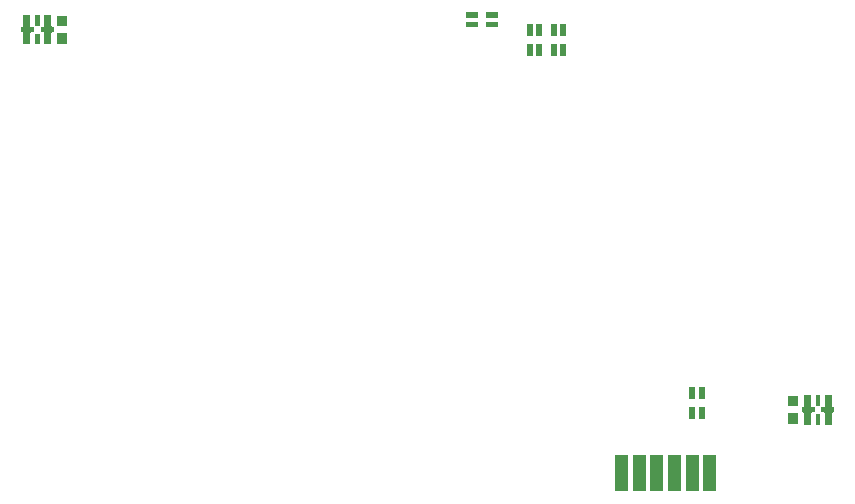
<source format=gbr>
G04 #@! TF.GenerationSoftware,KiCad,Pcbnew,(5.1.5)-3*
G04 #@! TF.CreationDate,2021-03-08T22:08:54-05:00*
G04 #@! TF.ProjectId,Wing,57696e67-2e6b-4696-9361-645f70636258,rev?*
G04 #@! TF.SameCoordinates,Original*
G04 #@! TF.FileFunction,Soldermask,Top*
G04 #@! TF.FilePolarity,Negative*
%FSLAX46Y46*%
G04 Gerber Fmt 4.6, Leading zero omitted, Abs format (unit mm)*
G04 Created by KiCad (PCBNEW (5.1.5)-3) date 2021-03-08 22:08:54*
%MOMM*%
%LPD*%
G04 APERTURE LIST*
%ADD10C,0.100000*%
G04 APERTURE END LIST*
D10*
G36*
X163251000Y-99601000D02*
G01*
X162149000Y-99601000D01*
X162149000Y-96499000D01*
X163251000Y-96499000D01*
X163251000Y-99601000D01*
G37*
G36*
X161751000Y-99601000D02*
G01*
X160649000Y-99601000D01*
X160649000Y-96499000D01*
X161751000Y-96499000D01*
X161751000Y-99601000D01*
G37*
G36*
X158751000Y-99601000D02*
G01*
X157649000Y-99601000D01*
X157649000Y-96499000D01*
X158751000Y-96499000D01*
X158751000Y-99601000D01*
G37*
G36*
X160251000Y-99601000D02*
G01*
X159149000Y-99601000D01*
X159149000Y-96499000D01*
X160251000Y-96499000D01*
X160251000Y-99601000D01*
G37*
G36*
X155751000Y-99601000D02*
G01*
X154649000Y-99601000D01*
X154649000Y-96499000D01*
X155751000Y-96499000D01*
X155751000Y-99601000D01*
G37*
G36*
X157251000Y-99601000D02*
G01*
X156149000Y-99601000D01*
X156149000Y-96499000D01*
X157251000Y-96499000D01*
X157251000Y-99601000D01*
G37*
G36*
X172048649Y-93941452D02*
G01*
X171646649Y-93941452D01*
X171646649Y-93030191D01*
X171669262Y-93037050D01*
X171693648Y-93039452D01*
X172001650Y-93039452D01*
X172026036Y-93037050D01*
X172048649Y-93030191D01*
X172048649Y-93941452D01*
G37*
G36*
X171248649Y-92364453D02*
G01*
X171251051Y-92388839D01*
X171258164Y-92412288D01*
X171269715Y-92433899D01*
X171285260Y-92452841D01*
X171304202Y-92468386D01*
X171325813Y-92479937D01*
X171349262Y-92487050D01*
X171373648Y-92489452D01*
X171521650Y-92489452D01*
X171546036Y-92487050D01*
X171568649Y-92480191D01*
X171568649Y-92900713D01*
X171546036Y-92893854D01*
X171521650Y-92891452D01*
X171373648Y-92891452D01*
X171349262Y-92893854D01*
X171325813Y-92900967D01*
X171304202Y-92912518D01*
X171285260Y-92928063D01*
X171269715Y-92947005D01*
X171258164Y-92968616D01*
X171251051Y-92992065D01*
X171248649Y-93016451D01*
X171248649Y-93941452D01*
X170646649Y-93941452D01*
X170646649Y-93016451D01*
X170644247Y-92992065D01*
X170637134Y-92968616D01*
X170625583Y-92947005D01*
X170610038Y-92928063D01*
X170591096Y-92912518D01*
X170569485Y-92900967D01*
X170546036Y-92893854D01*
X170521650Y-92891452D01*
X170466649Y-92891452D01*
X170466649Y-92489452D01*
X170521650Y-92489452D01*
X170546036Y-92487050D01*
X170569485Y-92479937D01*
X170591096Y-92468386D01*
X170610038Y-92452841D01*
X170625583Y-92433899D01*
X170637134Y-92412288D01*
X170644247Y-92388839D01*
X170646649Y-92364453D01*
X170646649Y-91439452D01*
X171248649Y-91439452D01*
X171248649Y-92364453D01*
G37*
G36*
X173048649Y-92364453D02*
G01*
X173051051Y-92388839D01*
X173058164Y-92412288D01*
X173069715Y-92433899D01*
X173085260Y-92452841D01*
X173104202Y-92468386D01*
X173125813Y-92479937D01*
X173149262Y-92487050D01*
X173173648Y-92489452D01*
X173228649Y-92489452D01*
X173228649Y-92891452D01*
X173173648Y-92891452D01*
X173149262Y-92893854D01*
X173125813Y-92900967D01*
X173104202Y-92912518D01*
X173085260Y-92928063D01*
X173069715Y-92947005D01*
X173058164Y-92968616D01*
X173051051Y-92992065D01*
X173048649Y-93016451D01*
X173048649Y-93941452D01*
X172446649Y-93941452D01*
X172446649Y-93016451D01*
X172444247Y-92992065D01*
X172437134Y-92968616D01*
X172425583Y-92947005D01*
X172410038Y-92928063D01*
X172391096Y-92912518D01*
X172369485Y-92900967D01*
X172346036Y-92893854D01*
X172321650Y-92891452D01*
X172173648Y-92891452D01*
X172149262Y-92893854D01*
X172126649Y-92900713D01*
X172126649Y-92480191D01*
X172149262Y-92487050D01*
X172173648Y-92489452D01*
X172321650Y-92489452D01*
X172346036Y-92487050D01*
X172369485Y-92479937D01*
X172391096Y-92468386D01*
X172410038Y-92452841D01*
X172425583Y-92433899D01*
X172437134Y-92412288D01*
X172444247Y-92388839D01*
X172446649Y-92364453D01*
X172446649Y-91439452D01*
X173048649Y-91439452D01*
X173048649Y-92364453D01*
G37*
G36*
X170173649Y-93891452D02*
G01*
X169321649Y-93891452D01*
X169321649Y-92989452D01*
X170173649Y-92989452D01*
X170173649Y-93891452D01*
G37*
G36*
X162248649Y-93491452D02*
G01*
X161746649Y-93491452D01*
X161746649Y-92489452D01*
X162248649Y-92489452D01*
X162248649Y-93491452D01*
G37*
G36*
X161448649Y-93491452D02*
G01*
X160946649Y-93491452D01*
X160946649Y-92489452D01*
X161448649Y-92489452D01*
X161448649Y-93491452D01*
G37*
G36*
X170173649Y-92391452D02*
G01*
X169321649Y-92391452D01*
X169321649Y-91489452D01*
X170173649Y-91489452D01*
X170173649Y-92391452D01*
G37*
G36*
X172048649Y-92350713D02*
G01*
X172026036Y-92343854D01*
X172001650Y-92341452D01*
X171693648Y-92341452D01*
X171669262Y-92343854D01*
X171646649Y-92350713D01*
X171646649Y-91439452D01*
X172048649Y-91439452D01*
X172048649Y-92350713D01*
G37*
G36*
X161448649Y-91791452D02*
G01*
X160946649Y-91791452D01*
X160946649Y-90789452D01*
X161448649Y-90789452D01*
X161448649Y-91791452D01*
G37*
G36*
X162248649Y-91791452D02*
G01*
X161746649Y-91791452D01*
X161746649Y-90789452D01*
X162248649Y-90789452D01*
X162248649Y-91791452D01*
G37*
G36*
X149738649Y-62711452D02*
G01*
X149236649Y-62711452D01*
X149236649Y-61709452D01*
X149738649Y-61709452D01*
X149738649Y-62711452D01*
G37*
G36*
X148508649Y-62711452D02*
G01*
X148006649Y-62711452D01*
X148006649Y-61709452D01*
X148508649Y-61709452D01*
X148508649Y-62711452D01*
G37*
G36*
X150538649Y-62711452D02*
G01*
X150036649Y-62711452D01*
X150036649Y-61709452D01*
X150538649Y-61709452D01*
X150538649Y-62711452D01*
G37*
G36*
X147708649Y-62711452D02*
G01*
X147206649Y-62711452D01*
X147206649Y-61709452D01*
X147708649Y-61709452D01*
X147708649Y-62711452D01*
G37*
G36*
X106953649Y-60179453D02*
G01*
X106956051Y-60203839D01*
X106963164Y-60227288D01*
X106974715Y-60248899D01*
X106990260Y-60267841D01*
X107009202Y-60283386D01*
X107030813Y-60294937D01*
X107054262Y-60302050D01*
X107078648Y-60304452D01*
X107133649Y-60304452D01*
X107133649Y-60706452D01*
X107078648Y-60706452D01*
X107054262Y-60708854D01*
X107030813Y-60715967D01*
X107009202Y-60727518D01*
X106990260Y-60743063D01*
X106974715Y-60762005D01*
X106963164Y-60783616D01*
X106956051Y-60807065D01*
X106953649Y-60831451D01*
X106953649Y-61756452D01*
X106351649Y-61756452D01*
X106351649Y-60831451D01*
X106349247Y-60807065D01*
X106342134Y-60783616D01*
X106330583Y-60762005D01*
X106315038Y-60743063D01*
X106296096Y-60727518D01*
X106274485Y-60715967D01*
X106251036Y-60708854D01*
X106226650Y-60706452D01*
X106078648Y-60706452D01*
X106054262Y-60708854D01*
X106031649Y-60715713D01*
X106031649Y-60295191D01*
X106054262Y-60302050D01*
X106078648Y-60304452D01*
X106226650Y-60304452D01*
X106251036Y-60302050D01*
X106274485Y-60294937D01*
X106296096Y-60283386D01*
X106315038Y-60267841D01*
X106330583Y-60248899D01*
X106342134Y-60227288D01*
X106349247Y-60203839D01*
X106351649Y-60179453D01*
X106351649Y-59254452D01*
X106953649Y-59254452D01*
X106953649Y-60179453D01*
G37*
G36*
X105953649Y-61756452D02*
G01*
X105551649Y-61756452D01*
X105551649Y-60845191D01*
X105574262Y-60852050D01*
X105598648Y-60854452D01*
X105906650Y-60854452D01*
X105931036Y-60852050D01*
X105953649Y-60845191D01*
X105953649Y-61756452D01*
G37*
G36*
X105153649Y-60179453D02*
G01*
X105156051Y-60203839D01*
X105163164Y-60227288D01*
X105174715Y-60248899D01*
X105190260Y-60267841D01*
X105209202Y-60283386D01*
X105230813Y-60294937D01*
X105254262Y-60302050D01*
X105278648Y-60304452D01*
X105426650Y-60304452D01*
X105451036Y-60302050D01*
X105473649Y-60295191D01*
X105473649Y-60715713D01*
X105451036Y-60708854D01*
X105426650Y-60706452D01*
X105278648Y-60706452D01*
X105254262Y-60708854D01*
X105230813Y-60715967D01*
X105209202Y-60727518D01*
X105190260Y-60743063D01*
X105174715Y-60762005D01*
X105163164Y-60783616D01*
X105156051Y-60807065D01*
X105153649Y-60831451D01*
X105153649Y-61756452D01*
X104551649Y-61756452D01*
X104551649Y-60831451D01*
X104549247Y-60807065D01*
X104542134Y-60783616D01*
X104530583Y-60762005D01*
X104515038Y-60743063D01*
X104496096Y-60727518D01*
X104474485Y-60715967D01*
X104451036Y-60708854D01*
X104426650Y-60706452D01*
X104371649Y-60706452D01*
X104371649Y-60304452D01*
X104426650Y-60304452D01*
X104451036Y-60302050D01*
X104474485Y-60294937D01*
X104496096Y-60283386D01*
X104515038Y-60267841D01*
X104530583Y-60248899D01*
X104542134Y-60227288D01*
X104549247Y-60203839D01*
X104551649Y-60179453D01*
X104551649Y-59254452D01*
X105153649Y-59254452D01*
X105153649Y-60179453D01*
G37*
G36*
X108303649Y-61731452D02*
G01*
X107451649Y-61731452D01*
X107451649Y-60829452D01*
X108303649Y-60829452D01*
X108303649Y-61731452D01*
G37*
G36*
X150538649Y-61011452D02*
G01*
X150036649Y-61011452D01*
X150036649Y-60009452D01*
X150538649Y-60009452D01*
X150538649Y-61011452D01*
G37*
G36*
X148508649Y-61011452D02*
G01*
X148006649Y-61011452D01*
X148006649Y-60009452D01*
X148508649Y-60009452D01*
X148508649Y-61011452D01*
G37*
G36*
X149738649Y-61011452D02*
G01*
X149236649Y-61011452D01*
X149236649Y-60009452D01*
X149738649Y-60009452D01*
X149738649Y-61011452D01*
G37*
G36*
X147708649Y-61011452D02*
G01*
X147206649Y-61011452D01*
X147206649Y-60009452D01*
X147708649Y-60009452D01*
X147708649Y-61011452D01*
G37*
G36*
X143078649Y-60321452D02*
G01*
X142076649Y-60321452D01*
X142076649Y-59819452D01*
X143078649Y-59819452D01*
X143078649Y-60321452D01*
G37*
G36*
X144778649Y-60321452D02*
G01*
X143776649Y-60321452D01*
X143776649Y-59819452D01*
X144778649Y-59819452D01*
X144778649Y-60321452D01*
G37*
G36*
X108303649Y-60231452D02*
G01*
X107451649Y-60231452D01*
X107451649Y-59329452D01*
X108303649Y-59329452D01*
X108303649Y-60231452D01*
G37*
G36*
X105953649Y-60165713D02*
G01*
X105931036Y-60158854D01*
X105906650Y-60156452D01*
X105598648Y-60156452D01*
X105574262Y-60158854D01*
X105551649Y-60165713D01*
X105551649Y-59254452D01*
X105953649Y-59254452D01*
X105953649Y-60165713D01*
G37*
G36*
X144778649Y-59521452D02*
G01*
X143776649Y-59521452D01*
X143776649Y-59019452D01*
X144778649Y-59019452D01*
X144778649Y-59521452D01*
G37*
G36*
X143078649Y-59521452D02*
G01*
X142076649Y-59521452D01*
X142076649Y-59019452D01*
X143078649Y-59019452D01*
X143078649Y-59521452D01*
G37*
M02*

</source>
